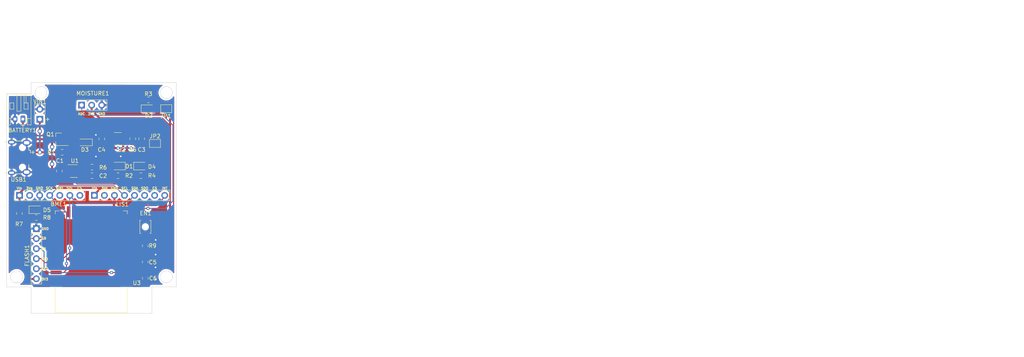
<source format=kicad_pcb>
(kicad_pcb (version 20171130) (host pcbnew "(5.1.9)-1")
  (layers (0 F.Cu signal) (31 B.Cu signal) (34 B.Paste user hide) (35 F.Paste user hide) (36 B.SilkS user hide) (37 F.SilkS user) (38 B.Mask user hide) (39 F.Mask user hide) (44 Edge.Cuts user))
  (net 0 "")
  (net 1 GND)
  (net 2 +BATT)
  (net 3 VBUS)
  (net 4 +3V3)
  (net 5 EN)
  (net 6 "Net-(D1-Pad1)")
  (net 7 IO2)
  (net 8 "Net-(D5-Pad1)")
  (net 9 SDA)
  (net 10 SCL)
  (net 11 TX0)
  (net 12 RX0)
  (net 13 IO0)
  (net 14 "Net-(R5-Pad1)")
  (net 15 "Net-(D4-Pad2)")
  (net 16 "Net-(U2-Pad4)")
  (net 17 "Net-(U3-Pad32)")
  (net 18 "Net-(BME1-Pad7)")
  (net 19 "Net-(BME1-Pad5)")
  (net 20 "Net-(BME1-Pad2)")
  (net 21 "Net-(C3-Pad1)")
  (net 22 "Net-(U3-Pad37)")
  (net 23 "Net-(U3-Pad31)")
  (net 24 "Net-(U3-Pad30)")
  (net 25 "Net-(U3-Pad29)")
  (net 26 "Net-(U3-Pad28)")
  (net 27 "Net-(U3-Pad27)")
  (net 28 "Net-(U3-Pad26)")
  (net 29 "Net-(U3-Pad23)")
  (net 30 "Net-(U3-Pad22)")
  (net 31 "Net-(U3-Pad21)")
  (net 32 "Net-(U3-Pad20)")
  (net 33 "Net-(U3-Pad19)")
  (net 34 "Net-(U3-Pad18)")
  (net 35 "Net-(U3-Pad17)")
  (net 36 "Net-(U3-Pad16)")
  (net 37 "Net-(U3-Pad14)")
  (net 38 "Net-(U3-Pad13)")
  (net 39 "Net-(U3-Pad12)")
  (net 40 "Net-(U3-Pad11)")
  (net 41 "Net-(U3-Pad10)")
  (net 42 "Net-(U3-Pad8)")
  (net 43 "Net-(U3-Pad7)")
  (net 44 "Net-(U3-Pad5)")
  (net 45 "Net-(U3-Pad4)")
  (net 46 "Net-(USB1-Pad4)")
  (net 47 "Net-(USB1-Pad3)")
  (net 48 "Net-(USB1-Pad2)")
  (net 49 "Net-(C4-Pad1)")
  (net 50 "Net-(R2-Pad1)")
  (net 51 "Net-(D2-Pad2)")
  (net 52 "Net-(D2-Pad1)")
  (net 53 "Net-(R6-Pad1)")
  (net 54 INT)
  (net 55 "Net-(LIS1-Pad7)")
  (net 56 "Net-(LIS1-Pad6)")
  (net 57 "Net-(LIS1-Pad2)")
  (net 58 ADC1)
  (module MountingHole:MountingHole_2.2mm_M2_Pad (layer F.Cu) (at 136.12 75.75)
    (fp_text reference REF** hide)
    (fp_text value MountingHole_2.2mm_M2_Pad)
    (pad 1 thru_hole circle (at 0 0) (size 3 3) (drill 3) (layers *.Cu *.Mask))
  )
  (module MountingHole:MountingHole_2.2mm_M2_Pad (layer F.Cu) (at 167.8 75.79)
    (fp_text reference REF** hide)
    (fp_text value MountingHole_2.2mm_M2_Pad)
    (pad 2 thru_hole circle (at 0 0) (size 3 3) (drill 3) (layers *.Cu *.Mask))
  )
  (module MountingHole:MountingHole_2.2mm_M2_Pad (layer F.Cu) (at 129.93 122.45)
    (fp_text reference REF** hide)
    (fp_text value MountingHole_2.2mm_M2_Pad)
    (pad 4 thru_hole circle (at 0 0) (size 3 3) (drill 3) (layers *.Cu *.Mask))
  )
  (module MountingHole:MountingHole_2.2mm_M2_Pad (layer F.Cu) (at 167.8 122.44)
    (fp_text reference REF** hide)
    (fp_text value MountingHole_2.2mm_M2_Pad)
    (pad 3 thru_hole circle (at 0 0) (size 3 3) (drill 3) (layers *.Cu *.Mask))
  )
  (module Connector_PinHeader_2.54mm:PinHeader_1x03_P2.54mm_Vertical (layer F.Cu) (at 146.3802 78.95082 90)
    (fp_text reference MOISTURE1 (at 2.96672 2.8194 180) (layer F.SilkS))
    (fp_text value MOISTURE)
    (pad 3 thru_hole oval (at 0 5.08 90) (size 1.7 1.7) (drill 1) (layers *.Cu *.Mask) (net 1 GND))
    (pad 2 thru_hole oval (at 0 2.54 90) (size 1.7 1.7) (drill 1) (layers *.Cu *.Mask) (net 4 +3V3))
    (pad 1 thru_hole rect (at 0 0 90) (size 1.7 1.7) (drill 1) (layers *.Cu *.Mask) (net 58 ADC1))
  )
  (module Diode_SMD:D_SOD-323_HandSoldering (layer F.Cu) (at 147.19428 88.38248 180)
    (fp_text reference D3 (at 0 -1.85) (layer F.SilkS))
    (fp_text value 1A/23V/620mV)
    (pad 2 smd rect (at 1.25 0 180) (size 1 1) (layers F.Cu F.Paste F.Mask) (net 3 VBUS))
    (pad 1 smd rect (at -1.25 0 180) (size 1 1) (layers F.Cu F.Paste F.Mask) (net 49 "Net-(C4-Pad1)"))
  )
  (module LED_SMD:LED_0805_2012Metric_Pad1.15x1.40mm_HandSolder (layer F.Cu) (at 163.28 79.87)
    (fp_text reference D2 (at 0.09 1.75) (layer F.SilkS))
    (fp_text value Red)
    (pad 2 smd roundrect (at 1.025 0) (size 1.15 1.4) (layers F.Cu F.Paste F.Mask) (roundrect_rratio 0.217391) (net 51 "Net-(D2-Pad2)"))
    (pad 1 smd roundrect (at -1.025 0) (size 1.15 1.4) (layers F.Cu F.Paste F.Mask) (roundrect_rratio 0.217391) (net 52 "Net-(D2-Pad1)"))
  )
  (module Jumper:SolderJumper-2_P1.3mm_Open_TrianglePad1.0x1.5mm (layer F.Cu) (at 164.9222 88.64854 180)
    (fp_text reference JP2 (at -0.0254 1.8288) (layer F.SilkS))
    (fp_text value SJ)
    (pad 1 smd custom (at -0.725 0 180) (size 0.3 0.3) (layers F.Cu F.Mask) (net 4 +3V3) (options (clearance outline) (anchor rect)) (primitives (gr_poly (pts (xy -0.5 -0.75) (xy 0.5 -0.75) (xy 1 0) (xy 0.5 0.75) (xy -0.5 0.75)) (width 0))))
    (pad 2 smd custom (at 0.725 0 180) (size 0.3 0.3) (layers F.Cu F.Mask) (net 21 "Net-(C3-Pad1)") (options (clearance outline) (anchor rect)) (primitives (gr_poly (pts (xy -0.65 -0.75) (xy 0.5 -0.75) (xy 0.5 0.75) (xy -0.65 0.75) (xy -0.15 0)) (width 0))))
  )
  (module LED_SMD:LED_0805_2012Metric_Pad1.15x1.40mm_HandSolder (layer F.Cu) (at 161.3816 94.3864)
    (fp_text reference D4 (at 2.77098 0.16962 180) (layer F.SilkS))
    (fp_text value Green)
    (pad 1 smd roundrect (at -1.025 0) (size 1.15 1.4) (layers F.Cu F.Paste F.Mask) (roundrect_rratio 0.2173904347826087) (net 1 GND))
    (pad 2 smd roundrect (at 1.025 0) (size 1.15 1.4) (layers F.Cu F.Paste F.Mask) (roundrect_rratio 0.2173904347826087) (net 15 "Net-(D4-Pad2)"))
  )
  (module Package_TO_SOT_SMD:SOT-23-5_HandSoldering (layer F.Cu) (at 144.4238 95.64794)
    (fp_text reference U1 (at 0.234 -2.624) (layer F.SilkS))
    (fp_text value MCP73831)
    (pad 5 smd rect (at 1.35 -0.95) (size 1.56 0.65) (layers F.Cu F.Paste F.Mask) (net 53 "Net-(R6-Pad1)"))
    (pad 4 smd rect (at 1.35 0.95) (size 1.56 0.65) (layers F.Cu F.Paste F.Mask) (net 3 VBUS))
    (pad 3 smd rect (at -1.35 0.95) (size 1.56 0.65) (layers F.Cu F.Paste F.Mask) (net 2 +BATT))
    (pad 2 smd rect (at -1.35 0) (size 1.56 0.65) (layers F.Cu F.Paste F.Mask) (net 1 GND))
    (pad 1 smd rect (at -1.35 -0.95) (size 1.56 0.65) (layers F.Cu F.Paste F.Mask) (net 50 "Net-(R2-Pad1)"))
  )
  (module RF_Module:ESP32-WROOM-32 (layer F.Cu) (at 148.83 115.6 180)
    (fp_text reference U3 (at -11.48972 -8.3774 180) (layer F.SilkS))
    (fp_text value ESP32-WROOM-32)
    (pad 39 smd rect (at -1 -0.755 180) (size 5 5) (layers F.Cu F.Paste F.Mask) (net 1 GND))
    (pad 1 smd rect (at -8.5 -8.255 180) (size 2.8 0.9) (drill (offset -0.4 0)) (layers F.Cu F.Paste F.Mask) (net 1 GND))
    (pad 2 smd rect (at -8.5 -6.985 180) (size 2.8 0.9) (drill (offset -0.4 0)) (layers F.Cu F.Paste F.Mask) (net 4 +3V3))
    (pad 3 smd rect (at -8.5 -5.715 180) (size 2.8 0.9) (drill (offset -0.4 0)) (layers F.Cu F.Paste F.Mask) (net 5 EN))
    (pad 4 smd rect (at -8.5 -4.445 180) (size 2.8 0.9) (drill (offset -0.4 0)) (layers F.Cu F.Paste F.Mask) (net 45 "Net-(U3-Pad4)"))
    (pad 5 smd rect (at -8.5 -3.175 180) (size 2.8 0.9) (drill (offset -0.4 0)) (layers F.Cu F.Paste F.Mask) (net 44 "Net-(U3-Pad5)"))
    (pad 6 smd rect (at -8.5 -1.905 180) (size 2.8 0.9) (drill (offset -0.4 0)) (layers F.Cu F.Paste F.Mask) (net 58 ADC1))
    (pad 7 smd rect (at -8.5 -0.635 180) (size 2.8 0.9) (drill (offset -0.4 0)) (layers F.Cu F.Paste F.Mask) (net 43 "Net-(U3-Pad7)"))
    (pad 8 smd rect (at -8.5 0.635 180) (size 2.8 0.9) (drill (offset -0.4 0)) (layers F.Cu F.Paste F.Mask) (net 42 "Net-(U3-Pad8)"))
    (pad 9 smd rect (at -8.5 1.905 180) (size 2.8 0.9) (drill (offset -0.4 0)) (layers F.Cu F.Paste F.Mask) (net 54 INT))
    (pad 10 smd rect (at -8.5 3.175 180) (size 2.8 0.9) (drill (offset -0.4 0)) (layers F.Cu F.Paste F.Mask) (net 41 "Net-(U3-Pad10)"))
    (pad 11 smd rect (at -8.5 4.445 180) (size 2.8 0.9) (drill (offset -0.4 0)) (layers F.Cu F.Paste F.Mask) (net 40 "Net-(U3-Pad11)"))
    (pad 12 smd rect (at -8.5 5.715 180) (size 2.8 0.9) (drill (offset -0.4 0)) (layers F.Cu F.Paste F.Mask) (net 39 "Net-(U3-Pad12)"))
    (pad 13 smd rect (at -8.5 6.985 180) (size 2.8 0.9) (drill (offset -0.4 0)) (layers F.Cu F.Paste F.Mask) (net 38 "Net-(U3-Pad13)"))
    (pad 14 smd rect (at -8.5 8.255 180) (size 2.8 0.9) (drill (offset -0.4 0)) (layers F.Cu F.Paste F.Mask) (net 37 "Net-(U3-Pad14)"))
    (pad 15 smd rect (at -5.715 9.255 270) (size 2.8 0.9) (drill (offset -0.4 0)) (layers F.Cu F.Paste F.Mask) (net 1 GND))
    (pad 16 smd rect (at -4.445 9.255 270) (size 2.8 0.9) (drill (offset -0.4 0)) (layers F.Cu F.Paste F.Mask) (net 36 "Net-(U3-Pad16)"))
    (pad 17 smd rect (at -3.175 9.255 270) (size 2.8 0.9) (drill (offset -0.4 0)) (layers F.Cu F.Paste F.Mask) (net 35 "Net-(U3-Pad17)"))
    (pad 18 smd rect (at -1.905 9.255 270) (size 2.8 0.9) (drill (offset -0.4 0)) (layers F.Cu F.Paste F.Mask) (net 34 "Net-(U3-Pad18)"))
    (pad 19 smd rect (at -0.635 9.255 270) (size 2.8 0.9) (drill (offset -0.4 0)) (layers F.Cu F.Paste F.Mask) (net 33 "Net-(U3-Pad19)"))
    (pad 20 smd rect (at 0.635 9.255 270) (size 2.8 0.9) (drill (offset -0.4 0)) (layers F.Cu F.Paste F.Mask) (net 32 "Net-(U3-Pad20)"))
    (pad 21 smd rect (at 1.905 9.255 270) (size 2.8 0.9) (drill (offset -0.4 0)) (layers F.Cu F.Paste F.Mask) (net 31 "Net-(U3-Pad21)"))
    (pad 22 smd rect (at 3.175 9.255 270) (size 2.8 0.9) (drill (offset -0.4 0)) (layers F.Cu F.Paste F.Mask) (net 30 "Net-(U3-Pad22)"))
    (pad 23 smd rect (at 4.445 9.255 270) (size 2.8 0.9) (drill (offset -0.4 0)) (layers F.Cu F.Paste F.Mask) (net 29 "Net-(U3-Pad23)"))
    (pad 24 smd rect (at 5.715 9.255 270) (size 2.8 0.9) (drill (offset -0.4 0)) (layers F.Cu F.Paste F.Mask) (net 7 IO2))
    (pad 25 smd rect (at 8.5 8.255 180) (size 2.8 0.9) (drill (offset 0.4 0)) (layers F.Cu F.Paste F.Mask) (net 13 IO0))
    (pad 26 smd rect (at 8.5 6.985 180) (size 2.8 0.9) (drill (offset 0.4 0)) (layers F.Cu F.Paste F.Mask) (net 28 "Net-(U3-Pad26)"))
    (pad 27 smd rect (at 8.5 5.715 180) (size 2.8 0.9) (drill (offset 0.4 0)) (layers F.Cu F.Paste F.Mask) (net 27 "Net-(U3-Pad27)"))
    (pad 28 smd rect (at 8.5 4.445 180) (size 2.8 0.9) (drill (offset 0.4 0)) (layers F.Cu F.Paste F.Mask) (net 26 "Net-(U3-Pad28)"))
    (pad 29 smd rect (at 8.5 3.175 180) (size 2.8 0.9) (drill (offset 0.4 0)) (layers F.Cu F.Paste F.Mask) (net 25 "Net-(U3-Pad29)"))
    (pad 30 smd rect (at 8.5 1.905 180) (size 2.8 0.9) (drill (offset 0.4 0)) (layers F.Cu F.Paste F.Mask) (net 24 "Net-(U3-Pad30)"))
    (pad 31 smd rect (at 8.5 0.635 180) (size 2.8 0.9) (drill (offset 0.4 0)) (layers F.Cu F.Paste F.Mask) (net 23 "Net-(U3-Pad31)"))
    (pad 32 smd rect (at 8.5 -0.635 180) (size 2.8 0.9) (drill (offset 0.4 0)) (layers F.Cu F.Paste F.Mask) (net 17 "Net-(U3-Pad32)"))
    (pad 33 smd rect (at 8.5 -1.905 180) (size 2.8 0.9) (drill (offset 0.4 0)) (layers F.Cu F.Paste F.Mask) (net 9 SDA))
    (pad 34 smd rect (at 8.5 -3.175 180) (size 2.8 0.9) (drill (offset 0.4 0)) (layers F.Cu F.Paste F.Mask) (net 12 RX0))
    (pad 35 smd rect (at 8.5 -4.445 180) (size 2.8 0.9) (drill (offset 0.4 0)) (layers F.Cu F.Paste F.Mask) (net 11 TX0))
    (pad 36 smd rect (at 8.5 -5.715 180) (size 2.8 0.9) (drill (offset 0.4 0)) (layers F.Cu F.Paste F.Mask) (net 10 SCL))
    (pad 37 smd rect (at 8.5 -6.985 180) (size 2.8 0.9) (drill (offset 0.4 0)) (layers F.Cu F.Paste F.Mask) (net 22 "Net-(U3-Pad37)"))
    (pad 38 smd rect (at 8.5 -8.255 180) (size 2.8 0.9) (drill (offset 0.4 0)) (layers F.Cu F.Paste F.Mask) (net 1 GND))
  )
  (module Connector_USB:USB_Micro-B_Wuerth_629105150521 (layer F.Cu) (at 130.62712 92.19692 270)
    (fp_text reference USB1 (at 5.61086 0.15494) (layer F.SilkS))
    (fp_text value USB_B_Micro)
    (pad "" np_thru_hole oval (at 2.5 -0.8 270) (size 0.8 0.8) (drill 0.8) (layers *.Cu *.Mask))
    (pad "" np_thru_hole oval (at -2.5 -0.8 270) (size 0.8 0.8) (drill 0.8) (layers *.Cu *.Mask))
    (pad 6 thru_hole oval (at 3.875 1.95 270) (size 1.15 1.8) (drill oval 0.55 1.2) (layers *.Cu *.Mask) (net 1 GND))
    (pad 6 thru_hole oval (at -3.875 1.95 270) (size 1.15 1.8) (drill oval 0.55 1.2) (layers *.Cu *.Mask) (net 1 GND))
    (pad 6 thru_hole oval (at 3.725 -1.85 270) (size 1.45 2) (drill oval 0.85 1.4) (layers *.Cu *.Mask) (net 1 GND))
    (pad 6 thru_hole oval (at -3.725 -1.85 270) (size 1.45 2) (drill oval 0.85 1.4) (layers *.Cu *.Mask) (net 1 GND))
    (pad 5 smd rect (at 1.3 -1.9 270) (size 0.45 1.7) (drill (offset 0 -0.2)) (layers F.Cu F.Paste F.Mask) (net 1 GND))
    (pad 4 smd rect (at 0.65 -1.9 270) (size 0.45 1.7) (drill (offset 0 -0.2)) (layers F.Cu F.Paste F.Mask) (net 46 "Net-(USB1-Pad4)"))
    (pad 3 smd rect (at 0 -1.9 270) (size 0.45 1.7) (drill (offset 0 -0.2)) (layers F.Cu F.Paste F.Mask) (net 47 "Net-(USB1-Pad3)"))
    (pad 2 smd rect (at -0.65 -1.9 270) (size 0.45 1.7) (drill (offset 0 -0.2)) (layers F.Cu F.Paste F.Mask) (net 48 "Net-(USB1-Pad2)"))
    (pad 1 smd rect (at -1.3 -1.9 270) (size 0.45 1.7) (drill (offset 0 -0.2)) (layers F.Cu F.Paste F.Mask) (net 3 VBUS))
  )
  (module Button_Switch_SMD:SW_SPST_B3U-1000P-B (layer F.Cu) (at 162.5 109.76 270)
    (fp_text reference EN1 (at -3.43306 -0.05238) (layer F.SilkS))
    (fp_text value Switch)
    (pad "" np_thru_hole circle (at 0 0 270) (size 0.8 0.8) (drill 0.8) (layers *.Cu *.Mask))
    (pad 2 smd rect (at 1.7 0 270) (size 1.3 1.7) (drill (offset 0.2 0)) (layers F.Cu F.Paste F.Mask) (net 5 EN))
    (pad 1 smd rect (at -1.7 0 270) (size 1.3 1.7) (drill (offset -0.2 0)) (layers F.Cu F.Paste F.Mask) (net 1 GND))
  )
  (module Connector_PinHeader_2.54mm:PinHeader_1x08_P2.54mm_Vertical (layer F.Cu) (at 149.6 101.8 90)
    (fp_text reference LIS1 (at -2.2606 7.06882 180) (layer F.SilkS))
    (fp_text value LIS3DH)
    (pad 8 thru_hole oval (at 0 17.78 90) (size 1.7 1.7) (drill 1) (layers *.Cu *.Mask) (net 54 INT))
    (pad 7 thru_hole oval (at 0 15.24 90) (size 1.7 1.7) (drill 1) (layers *.Cu *.Mask) (net 55 "Net-(LIS1-Pad7)"))
    (pad 6 thru_hole oval (at 0 12.7 90) (size 1.7 1.7) (drill 1) (layers *.Cu *.Mask) (net 56 "Net-(LIS1-Pad6)"))
    (pad 5 thru_hole oval (at 0 10.16 90) (size 1.7 1.7) (drill 1) (layers *.Cu *.Mask) (net 9 SDA))
    (pad 4 thru_hole oval (at 0 7.62 90) (size 1.7 1.7) (drill 1) (layers *.Cu *.Mask) (net 10 SCL))
    (pad 3 thru_hole oval (at 0 5.08 90) (size 1.7 1.7) (drill 1) (layers *.Cu *.Mask) (net 1 GND))
    (pad 2 thru_hole oval (at 0 2.54 90) (size 1.7 1.7) (drill 1) (layers *.Cu *.Mask) (net 57 "Net-(LIS1-Pad2)"))
    (pad 1 thru_hole rect (at 0 0 90) (size 1.7 1.7) (drill 1) (layers *.Cu *.Mask) (net 4 +3V3))
  )
  (module Connector_PinHeader_2.54mm:PinHeader_1x02_P2.54mm_Vertical (layer F.Cu) (at 135.8138 82.53476 180)
    (fp_text reference VIN1 (at -0.0162 4.47476) (layer F.SilkS))
    (fp_text value Conn_01x07)
    (pad 2 thru_hole oval (at 0 2.54 180) (size 1.7 1.7) (drill 1) (layers *.Cu *.Mask) (net 1 GND))
    (pad 1 thru_hole rect (at 0 0 180) (size 1.7 1.7) (drill 1) (layers *.Cu *.Mask) (net 3 VBUS))
  )
  (module Connector_PinHeader_2.54mm:PinHeader_1x06_P2.54mm_Vertical (layer F.Cu) (at 134.94 110.21)
    (fp_text reference FLASH1 (at -2.3495 6.83514 90) (layer F.SilkS))
    (fp_text value Conn_01x07)
    (pad 6 thru_hole oval (at 0 12.7) (size 1.7 1.7) (drill 1) (layers *.Cu *.Mask) (net 4 +3V3))
    (pad 5 thru_hole oval (at 0 10.16) (size 1.7 1.7) (drill 1) (layers *.Cu *.Mask) (net 11 TX0))
    (pad 4 thru_hole oval (at 0 7.62) (size 1.7 1.7) (drill 1) (layers *.Cu *.Mask) (net 12 RX0))
    (pad 3 thru_hole oval (at 0 5.08) (size 1.7 1.7) (drill 1) (layers *.Cu *.Mask) (net 5 EN))
    (pad 2 thru_hole oval (at 0 2.54) (size 1.7 1.7) (drill 1) (layers *.Cu *.Mask) (net 13 IO0))
    (pad 1 thru_hole rect (at 0 0) (size 1.7 1.7) (drill 1) (layers *.Cu *.Mask) (net 1 GND))
  )
  (module Connector_PinHeader_2.54mm:PinHeader_1x07_P2.54mm_Vertical (layer F.Cu) (at 130.70332 101.80066 90)
    (fp_text reference BME1 (at -2.1971 9.85774 180) (layer F.SilkS))
    (fp_text value BME680)
    (pad 7 thru_hole oval (at 0 15.24 90) (size 1.7 1.7) (drill 1) (layers *.Cu *.Mask) (net 18 "Net-(BME1-Pad7)"))
    (pad 6 thru_hole oval (at 0 12.7 90) (size 1.7 1.7) (drill 1) (layers *.Cu *.Mask) (net 9 SDA))
    (pad 5 thru_hole oval (at 0 10.16 90) (size 1.7 1.7) (drill 1) (layers *.Cu *.Mask) (net 19 "Net-(BME1-Pad5)"))
    (pad 4 thru_hole oval (at 0 7.62 90) (size 1.7 1.7) (drill 1) (layers *.Cu *.Mask) (net 10 SCL))
    (pad 3 thru_hole oval (at 0 5.08 90) (size 1.7 1.7) (drill 1) (layers *.Cu *.Mask) (net 1 GND))
    (pad 2 thru_hole oval (at 0 2.54 90) (size 1.7 1.7) (drill 1) (layers *.Cu *.Mask) (net 20 "Net-(BME1-Pad2)"))
    (pad 1 thru_hole rect (at 0 0 90) (size 1.7 1.7) (drill 1) (layers *.Cu *.Mask) (net 4 +3V3))
  )
  (module Package_TO_SOT_SMD:SOT-23-5_HandSoldering (layer F.Cu) (at 155.53378 87.51432 180)
    (fp_text reference U2 (at -0.95772 -2.74584) (layer F.SilkS))
    (fp_text value AP2112K-3.3)
    (pad 5 smd rect (at 1.35 -0.95 180) (size 1.56 0.65) (layers F.Cu F.Paste F.Mask) (net 21 "Net-(C3-Pad1)"))
    (pad 4 smd rect (at 1.35 0.95 180) (size 1.56 0.65) (layers F.Cu F.Paste F.Mask) (net 16 "Net-(U2-Pad4)"))
    (pad 3 smd rect (at -1.35 0.95 180) (size 1.56 0.65) (layers F.Cu F.Paste F.Mask) (net 14 "Net-(R5-Pad1)"))
    (pad 2 smd rect (at -1.35 0 180) (size 1.56 0.65) (layers F.Cu F.Paste F.Mask) (net 1 GND))
    (pad 1 smd rect (at -1.35 -0.95 180) (size 1.56 0.65) (layers F.Cu F.Paste F.Mask) (net 49 "Net-(C4-Pad1)"))
  )
  (module Resistor_SMD:R_0805_2012Metric_Pad1.15x1.40mm_HandSolder (layer F.Cu) (at 163.28 77.64)
    (fp_text reference R3 (at -0.00762 -1.51) (layer F.SilkS))
    (fp_text value 1K)
    (pad 1 smd roundrect (at -1.025 0) (size 1.15 1.4) (layers F.Cu F.Paste F.Mask) (roundrect_rratio 0.2173904347826087) (net 52 "Net-(D2-Pad1)"))
    (pad 2 smd roundrect (at 1.025 0) (size 1.15 1.4) (layers F.Cu F.Paste F.Mask) (roundrect_rratio 0.2173904347826087) (net 1 GND))
  )
  (module Jumper:SolderJumper-2_P1.3mm_Open_TrianglePad1.0x1.5mm (layer F.Cu) (at 167.76 79.86 180)
    (fp_text reference JP1 (at 0.07 -1.88) (layer F.SilkS))
    (fp_text value SJ)
    (pad 1 smd custom (at -0.725 0 180) (size 0.3 0.3) (layers F.Cu F.Mask) (net 4 +3V3) (options (clearance outline) (anchor rect)) (primitives (gr_poly (pts (xy -0.5 -0.75) (xy 0.5 -0.75) (xy 1 0) (xy 0.5 0.75) (xy -0.5 0.75)) (width 0))))
    (pad 2 smd custom (at 0.725 0 180) (size 0.3 0.3) (layers F.Cu F.Mask) (net 51 "Net-(D2-Pad2)") (options (clearance outline) (anchor rect)) (primitives (gr_poly (pts (xy -0.65 -0.75) (xy 0.5 -0.75) (xy 0.5 0.75) (xy -0.65 0.75) (xy -0.15 0)) (width 0))))
  )
  (module LED_SMD:LED_0805_2012Metric_Pad1.15x1.40mm_HandSolder (layer F.Cu) (at 134.9392 105.44418)
    (fp_text reference D5 (at 2.6808 0.06582) (layer F.SilkS))
    (fp_text value Blue)
    (pad 1 smd roundrect (at -1.025 0) (size 1.15 1.4) (layers F.Cu F.Paste F.Mask) (roundrect_rratio 0.2173904347826087) (net 8 "Net-(D5-Pad1)"))
    (pad 2 smd roundrect (at 1.025 0) (size 1.15 1.4) (layers F.Cu F.Paste F.Mask) (roundrect_rratio 0.2173904347826087) (net 7 IO2))
  )
  (module Connector_JST:JST_PH_S2B-PH-K_1x02_P2.00mm_Horizontal (layer F.Cu) (at 131.53644 82.49412 180)
    (fp_text reference BATTERY1 (at 0.17018 -2.82448 180) (layer F.SilkS))
    (fp_text value LiPo)
    (pad 2 thru_hole oval (at 2 0 180) (size 1.2 1.75) (drill 0.75) (layers *.Cu *.Mask) (net 1 GND))
    (pad 1 thru_hole roundrect (at 0 0 180) (size 1.2 1.75) (drill 0.75) (layers *.Cu *.Mask) (roundrect_rratio 0.2083325) (net 2 +BATT))
  )
  (module Resistor_SMD:R_0805_2012Metric_Pad1.15x1.40mm_HandSolder (layer F.Cu) (at 130.66 106.3789 90)
    (fp_text reference R7 (at -2.69494 -0.0762 180) (layer F.SilkS))
    (fp_text value 10K)
    (pad 1 smd roundrect (at -1.025 0 90) (size 1.15 1.4) (layers F.Cu F.Paste F.Mask) (roundrect_rratio 0.2173904347826087) (net 13 IO0))
    (pad 2 smd roundrect (at 1.025 0 90) (size 1.15 1.4) (layers F.Cu F.Paste F.Mask) (roundrect_rratio 0.2173904347826087) (net 4 +3V3))
  )
  (module Resistor_SMD:R_0805_2012Metric_Pad1.15x1.40mm_HandSolder (layer F.Cu) (at 162.47 114.58 90)
    (fp_text reference R9 (at 0.01838 1.85022 180) (layer F.SilkS))
    (fp_text value 10K)
    (pad 2 smd roundrect (at 1.025 0 90) (size 1.15 1.4) (layers F.Cu F.Paste F.Mask) (roundrect_rratio 0.2173904347826087) (net 5 EN))
    (pad 1 smd roundrect (at -1.025 0 90) (size 1.15 1.4) (layers F.Cu F.Paste F.Mask) (roundrect_rratio 0.2173904347826087) (net 4 +3V3))
  )
  (module Resistor_SMD:R_0805_2012Metric_Pad1.15x1.40mm_HandSolder (layer F.Cu) (at 134.9397 107.40438)
    (fp_text reference R8 (at 2.6703 0.00562) (layer F.SilkS))
    (fp_text value 1K)
    (pad 1 smd roundrect (at -1.025 0) (size 1.15 1.4) (layers F.Cu F.Paste F.Mask) (roundrect_rratio 0.2173904347826087) (net 8 "Net-(D5-Pad1)"))
    (pad 2 smd roundrect (at 1.025 0) (size 1.15 1.4) (layers F.Cu F.Paste F.Mask) (roundrect_rratio 0.2173904347826087) (net 1 GND))
  )
  (module Resistor_SMD:R_0805_2012Metric_Pad1.15x1.40mm_HandSolder (layer F.Cu) (at 148.99 94.65)
    (fp_text reference R6 (at 2.8146 0.095) (layer F.SilkS))
    (fp_text value 1.0K)
    (pad 1 smd roundrect (at -1.025 0) (size 1.15 1.4) (layers F.Cu F.Paste F.Mask) (roundrect_rratio 0.2173904347826087) (net 53 "Net-(R6-Pad1)"))
    (pad 2 smd roundrect (at 1.025 0) (size 1.15 1.4) (layers F.Cu F.Paste F.Mask) (roundrect_rratio 0.2173904347826087) (net 1 GND))
  )
  (module Resistor_SMD:R_0805_2012Metric_Pad1.15x1.40mm_HandSolder (layer F.Cu) (at 161.3535 96.80956 180)
    (fp_text reference R4 (at -2.79268 0.0079) (layer F.SilkS))
    (fp_text value 1K)
    (pad 1 smd roundrect (at -1.025 0 180) (size 1.15 1.4) (layers F.Cu F.Paste F.Mask) (roundrect_rratio 0.2173904347826087) (net 15 "Net-(D4-Pad2)"))
    (pad 2 smd roundrect (at 1.025 0 180) (size 1.15 1.4) (layers F.Cu F.Paste F.Mask) (roundrect_rratio 0.2173904347826087) (net 50 "Net-(R2-Pad1)"))
  )
  (module Resistor_SMD:R_0805_2012Metric_Pad1.15x1.40mm_HandSolder (layer F.Cu) (at 159.30118 87.46236 270)
    (fp_text reference R5 (at 2.78638 0.03302 180) (layer F.SilkS))
    (fp_text value 100K)
    (pad 2 smd roundrect (at 1.025 0 270) (size 1.15 1.4) (layers F.Cu F.Paste F.Mask) (roundrect_rratio 0.2173904347826087) (net 49 "Net-(C4-Pad1)"))
    (pad 1 smd roundrect (at -1.025 0 270) (size 1.15 1.4) (layers F.Cu F.Paste F.Mask) (roundrect_rratio 0.2173904347826087) (net 14 "Net-(R5-Pad1)"))
  )
  (module Resistor_SMD:R_0805_2012Metric_Pad1.15x1.40mm_HandSolder (layer F.Cu) (at 155.58394 96.82254)
    (fp_text reference R2 (at 2.7749 -0.00028) (layer F.SilkS))
    (fp_text value 1K)
    (pad 2 smd roundrect (at 1.025 0) (size 1.15 1.4) (layers F.Cu F.Paste F.Mask) (roundrect_rratio 0.2173904347826087) (net 6 "Net-(D1-Pad1)"))
    (pad 1 smd roundrect (at -1.025 0) (size 1.15 1.4) (layers F.Cu F.Paste F.Mask) (roundrect_rratio 0.2173904347826087) (net 50 "Net-(R2-Pad1)"))
  )
  (module Resistor_SMD:R_0805_2012Metric_Pad1.15x1.40mm_HandSolder (layer F.Cu) (at 141.4653 90.89136 180)
    (fp_text reference R1 (at 2.74066 -0.02794) (layer F.SilkS))
    (fp_text value 10K)
    (pad 2 smd roundrect (at 1.025 0 180) (size 1.15 1.4) (layers F.Cu F.Paste F.Mask) (roundrect_rratio 0.2173904347826087) (net 3 VBUS))
    (pad 1 smd roundrect (at -1.025 0 180) (size 1.15 1.4) (layers F.Cu F.Paste F.Mask) (roundrect_rratio 0.2173904347826087) (net 1 GND))
  )
  (module Package_TO_SOT_SMD:SOT-23_Handsoldering (layer F.Cu) (at 140.61186 87.59444 180)
    (fp_text reference Q1 (at 2.13614 1.24714) (layer F.SilkS))
    (fp_text value 2.5A/30V)
    (pad 1 smd rect (at -1.5 -0.95 180) (size 1.9 0.8) (layers F.Cu F.Paste F.Mask) (net 3 VBUS))
    (pad 2 smd rect (at -1.5 0.95 180) (size 1.9 0.8) (layers F.Cu F.Paste F.Mask) (net 49 "Net-(C4-Pad1)"))
    (pad 3 smd rect (at 1.5 0 180) (size 1.9 0.8) (layers F.Cu F.Paste F.Mask) (net 2 +BATT))
  )
  (module LED_SMD:LED_0805_2012Metric_Pad1.15x1.40mm_HandSolder (layer F.Cu) (at 155.57252 94.37172 180)
    (fp_text reference D1 (at -2.83458 -0.08326) (layer F.SilkS))
    (fp_text value Red)
    (pad 1 smd roundrect (at -1.025 0 180) (size 1.15 1.4) (layers F.Cu F.Paste F.Mask) (roundrect_rratio 0.2173904347826087) (net 6 "Net-(D1-Pad1)"))
    (pad 2 smd roundrect (at 1.025 0 180) (size 1.15 1.4) (layers F.Cu F.Paste F.Mask) (roundrect_rratio 0.2173904347826087) (net 3 VBUS))
  )
  (module Capacitor_SMD:C_0805_2012Metric_Pad1.15x1.40mm_HandSolder (layer F.Cu) (at 162.47 122.77 270)
    (fp_text reference C6 (at 0.01384 -1.96102 180) (layer F.SilkS))
    (fp_text value 10uF/10V)
    (pad 2 smd roundrect (at 1.025 0 270) (size 1.15 1.4) (layers F.Cu F.Paste F.Mask) (roundrect_rratio 0.2173904347826087) (net 1 GND))
    (pad 1 smd roundrect (at -1.025 0 270) (size 1.15 1.4) (layers F.Cu F.Paste F.Mask) (roundrect_rratio 0.2173904347826087) (net 4 +3V3))
  )
  (module Capacitor_SMD:C_0805_2012Metric_Pad1.15x1.40mm_HandSolder (layer F.Cu) (at 162.47 118.66 90)
    (fp_text reference C5 (at -0.06722 1.8934) (layer F.SilkS))
    (fp_text value 0.1uF/50V)
    (pad 2 smd roundrect (at 1.025 0 90) (size 1.15 1.4) (layers F.Cu F.Paste F.Mask) (roundrect_rratio 0.2173904347826087) (net 1 GND))
    (pad 1 smd roundrect (at -1.025 0 90) (size 1.15 1.4) (layers F.Cu F.Paste F.Mask) (roundrect_rratio 0.2173904347826087) (net 4 +3V3))
  )
  (module Capacitor_SMD:C_0805_2012Metric_Pad1.15x1.40mm_HandSolder (layer F.Cu) (at 151.48516 87.50934 90)
    (fp_text reference C4 (at -2.73558 -0.04826 180) (layer F.SilkS))
    (fp_text value 1.0uF/6.3V)
    (pad 2 smd roundrect (at 1.025 0 90) (size 1.15 1.4) (layers F.Cu F.Paste F.Mask) (roundrect_rratio 0.2173904347826087) (net 1 GND))
    (pad 1 smd roundrect (at -1.025 0 90) (size 1.15 1.4) (layers F.Cu F.Paste F.Mask) (roundrect_rratio 0.2173904347826087) (net 49 "Net-(C4-Pad1)"))
  )
  (module Capacitor_SMD:C_0805_2012Metric_Pad1.15x1.40mm_HandSolder (layer F.Cu) (at 161.55924 87.4649 90)
    (fp_text reference C3 (at -2.76098 -0.01524 180) (layer F.SilkS))
    (fp_text value 1.0uF/6.3V)
    (pad 2 smd roundrect (at 1.025 0 90) (size 1.15 1.4) (layers F.Cu F.Paste F.Mask) (roundrect_rratio 0.2173904347826087) (net 1 GND))
    (pad 1 smd roundrect (at -1.025 0 90) (size 1.15 1.4) (layers F.Cu F.Paste F.Mask) (roundrect_rratio 0.2173904347826087) (net 21 "Net-(C3-Pad1)"))
  )
  (module Capacitor_SMD:C_0805_2012Metric_Pad1.15x1.40mm_HandSolder (layer F.Cu) (at 148.99 96.82)
    (fp_text reference C2 (at 2.81526 0.03972) (layer F.SilkS))
    (fp_text value 4.7uF/6.3V)
    (pad 2 smd roundrect (at 1.025 0) (size 1.15 1.4) (layers F.Cu F.Paste F.Mask) (roundrect_rratio 0.2173904347826087) (net 1 GND))
    (pad 1 smd roundrect (at -1.025 0) (size 1.15 1.4) (layers F.Cu F.Paste F.Mask) (roundrect_rratio 0.2173904347826087) (net 3 VBUS))
  )
  (module Capacitor_SMD:C_0805_2012Metric_Pad1.15x1.40mm_HandSolder (layer F.Cu) (at 140.76398 95.65284 90)
    (fp_text reference C1 (at 2.61772 0.11458 180) (layer F.SilkS))
    (fp_text value 4.7uF/6.3V)
    (pad 2 smd roundrect (at 1.025 0 90) (size 1.15 1.4) (layers F.Cu F.Paste F.Mask) (roundrect_rratio 0.2173904347826087) (net 1 GND))
    (pad 1 smd roundrect (at -1.025 0 90) (size 1.15 1.4) (layers F.Cu F.Paste F.Mask) (roundrect_rratio 0.2173904347826087) (net 2 +BATT))
  )
  (gr_text + (at 134.09676 90.8304) (layer F.SilkS) (effects (font (size 1 1))))
  (gr_line (start 127.46228 76.12126) (end 133.604 76.11364) (layer Edge.Cuts) (width 0.1))
  (gr_text + (at 137.80008 82.47634) (layer F.SilkS) (effects (font (size 1 1))))
  (gr_text 3V3 (at 148.81606 81.15808) (layer F.SilkS) (effects (font (size 0.6 0.6))))
  (gr_text + (at 131.53644 84.02828) (layer F.SilkS) (effects (font (size 1 1))))
  (gr_text INT (at 167.38346 99.98964) (layer F.SilkS) (effects (font (size 0.6 0.6))))
  (gr_text CS (at 164.85108 99.98456) (layer F.SilkS) (effects (font (size 0.6 0.6))))
  (gr_text SDO (at 162.31616 99.9871) (layer F.SilkS) (effects (font (size 0.6 0.6))))
  (gr_text 3Vo (at 152.1587 99.9871) (layer F.SilkS) (effects (font (size 0.6 0.6))))
  (gr_text CS (at 145.87728 99.98456) (layer F.SilkS) (effects (font (size 0.6 0.6))))
  (gr_text SDO (at 140.77188 99.98456) (layer F.SilkS) (effects (font (size 0.6 0.6))))
  (gr_text 3Vo (at 133.17728 99.98456) (layer F.SilkS) (effects (font (size 0.6 0.6))))
  (gr_text GND (at 151.43226 81.14284) (layer F.SilkS) (effects (font (size 0.6 0.6))))
  (gr_text ADC (at 146.3675 81.1784) (layer F.SilkS) (effects (font (size 0.6 0.6))))
  (gr_text 3V3 (at 137.07618 123.02998) (layer F.SilkS) (effects (font (size 0.6 0.6))))
  (gr_text RXD (at 137.07618 120.38838) (layer F.SilkS) (effects (font (size 0.6 0.6))))
  (gr_text TXD (at 137.09396 117.92204) (layer F.SilkS) (effects (font (size 0.6 0.6))))
  (gr_text EN (at 136.7917 115.3033) (layer F.SilkS) (effects (font (size 0.6 0.6))))
  (gr_text G0 (at 136.82218 112.67694) (layer F.SilkS) (effects (font (size 0.6 0.6))))
  (gr_text GND (at 137.15238 110.25124) (layer F.SilkS) (effects (font (size 0.6 0.6))))
  (gr_text SDA (at 159.78632 99.98456) (layer F.SilkS) (effects (font (size 0.6 0.6))))
  (gr_text SCL (at 157.26664 99.98456) (layer F.SilkS) (effects (font (size 0.6 0.6))))
  (gr_text GND (at 154.69362 99.9871) (layer F.SilkS) (effects (font (size 0.6 0.6))))
  (gr_text Vin (at 149.6441 99.9871) (layer F.SilkS) (effects (font (size 0.6 0.6))))
  (gr_text SDI (at 143.31188 99.98456) (layer F.SilkS) (effects (font (size 0.6 0.6))))
  (gr_text SCK (at 138.22934 99.97186) (layer F.SilkS) (effects (font (size 0.6 0.6))))
  (gr_text GND (at 135.71728 99.95916) (layer F.SilkS) (effects (font (size 0.6 0.6))))
  (gr_text Vin (at 130.63728 100.00996) (layer F.SilkS) (effects (font (size 0.6 0.6))))
  (gr_line (start 127.41 124.98) (end 127.46228 76.1238) (layer Edge.Cuts) (width 0.1))
  (gr_line (start 133.61 124.98) (end 127.41 124.98) (layer Edge.Cuts) (width 0.1))
  (gr_line (start 133.61 131.66) (end 133.61 124.98) (layer Edge.Cuts) (width 0.1))
  (gr_line (start 164.16 131.66) (end 133.61 131.66) (layer Edge.Cuts) (width 0.1))
  (gr_line (start 164.15 124.97) (end 164.16 131.66) (layer Edge.Cuts) (width 0.1))
  (gr_line (start 170.33 124.97) (end 164.15 124.97) (layer Edge.Cuts) (width 0.1))
  (gr_line (start 170.33 73.27) (end 170.33 124.97) (layer Edge.Cuts) (width 0.1))
  (gr_line (start 133.604 73.22312) (end 170.33 73.27) (layer Edge.Cuts) (width 0.1))
  (gr_line (start 133.604 76.11364) (end 133.604 73.22312) (layer Edge.Cuts) (width 0.1))
  (segment (start 161.84256 107.36442) (end 163.08832 107.36442) (width 0.25) (layer F.Cu) (net 1))
  (segment (start 140.76398 94.62784) (end 141.03784 94.62784) (width 0.25) (layer F.Cu) (net 1))
  (segment (start 141.03784 94.62784) (end 142.01 95.6) (width 0.25) (layer F.Cu) (net 1))
  (segment (start 142.01 95.6) (end 143.06 95.6) (width 0.25) (layer F.Cu) (net 1))
  (segment (start 152.56118 87.51432) (end 156.78726 87.51432) (width 0.5) (layer F.Cu) (net 1))
  (segment (start 151.61756 86.5707) (end 152.56118 87.51432) (width 0.5) (layer F.Cu) (net 1))
  (segment (start 151.475 86.5707) (end 151.61756 86.5707) (width 0.5) (layer F.Cu) (net 1))
  (via (at 156.25572 91.90482) (size 0.8) (drill 0.4) (layers F.Cu B.Cu) (net 1))
  (segment (start 160.3566 92.89928) (end 160.3566 94.3133) (width 0.25) (layer F.Cu) (net 1))
  (via (at 165.08984 123.090939) (size 0.8) (drill 0.4) (layers F.Cu B.Cu) (net 1))
  (segment (start 162.41 123.81) (end 164.370779 123.81) (width 0.25) (layer F.Cu) (net 1))
  (segment (start 164.370779 123.81) (end 165.08984 123.090939) (width 0.25) (layer F.Cu) (net 1))
  (segment (start 132.7404 93.58112) (end 132.7404 95.95612) (width 0.25) (layer F.Cu) (net 1))
  (segment (start 159.36214 91.90482) (end 160.3566 92.89928) (width 0.25) (layer F.Cu) (net 1))
  (segment (start 156.25572 91.90482) (end 159.36214 91.90482) (width 0.25) (layer F.Cu) (net 1))
  (via (at 150 91.96) (size 0.8) (drill 0.4) (layers F.Cu B.Cu) (net 1))
  (segment (start 150.05518 91.90482) (end 150 91.96) (width 0.25) (layer B.Cu) (net 1))
  (segment (start 150.31322 94.6343) (end 150 94.32108) (width 0.25) (layer F.Cu) (net 1))
  (segment (start 150 94.32108) (end 150 91.96) (width 0.25) (layer F.Cu) (net 1))
  (segment (start 156.25572 91.90482) (end 150.05518 91.90482) (width 0.25) (layer B.Cu) (net 1))
  (via (at 149.99046 86.48954) (size 0.8) (drill 0.4) (layers F.Cu B.Cu) (net 1))
  (segment (start 150 86.49908) (end 149.99046 86.48954) (width 0.25) (layer B.Cu) (net 1))
  (segment (start 151.48516 86.48434) (end 149.99566 86.48434) (width 0.25) (layer F.Cu) (net 1))
  (segment (start 149.99566 86.48434) (end 149.99046 86.48954) (width 0.25) (layer F.Cu) (net 1))
  (segment (start 150 91.96) (end 150 86.49908) (width 0.25) (layer B.Cu) (net 1))
  (segment (start 134.75208 108.6413) (end 135.7792 107.61418) (width 0.25) (layer F.Cu) (net 1))
  (segment (start 134.75208 110.21314) (end 134.75208 108.6413) (width 0.25) (layer F.Cu) (net 1))
  (via (at 165.09 116.78) (size 0.8) (drill 0.4) (layers F.Cu B.Cu) (net 1))
  (via (at 165.07 120.02) (size 0.8) (drill 0.4) (layers F.Cu B.Cu) (net 1))
  (segment (start 165.08984 120.03984) (end 165.07 120.02) (width 0.25) (layer B.Cu) (net 1))
  (segment (start 165.08984 123.090939) (end 165.08984 120.03984) (width 0.25) (layer B.Cu) (net 1))
  (segment (start 165.09 116.78) (end 165.09 120) (width 0.25) (layer F.Cu) (net 1))
  (segment (start 165.09 120) (end 165.07 120.02) (width 0.25) (layer F.Cu) (net 1))
  (via (at 165.100002 113.07) (size 0.8) (drill 0.4) (layers F.Cu B.Cu) (net 1))
  (segment (start 165.09 116.78) (end 165.09 113.080002) (width 0.25) (layer B.Cu) (net 1))
  (segment (start 162.5 108.06) (end 165.100002 110.660002) (width 0.25) (layer F.Cu) (net 1))
  (segment (start 165.100002 110.660002) (end 165.100002 113.07) (width 0.25) (layer F.Cu) (net 1))
  (segment (start 165.09 113.080002) (end 165.100002 113.07) (width 0.25) (layer B.Cu) (net 1))
  (segment (start 140.76398 96.67784) (end 143.01216 96.67784) (width 0.5) (layer F.Cu) (net 2))
  (segment (start 143.01216 96.67784) (end 143.06 96.63) (width 0.5) (layer F.Cu) (net 2))
  (via (at 138.917682 89.52992) (size 1.1) (drill 0.7) (layers F.Cu B.Cu) (net 2))
  (segment (start 138.917682 88.752103) (end 138.917682 89.52992) (width 0.5) (layer F.Cu) (net 2))
  (segment (start 138.917682 87.788618) (end 138.917682 88.752103) (width 0.5) (layer F.Cu) (net 2))
  (segment (start 139.11186 87.59444) (end 138.917682 87.788618) (width 0.5) (layer F.Cu) (net 2))
  (via (at 138.90498 93.898718) (size 1.1) (drill 0.7) (layers F.Cu B.Cu) (net 2))
  (segment (start 138.917682 93.886016) (end 138.90498 93.898718) (width 0.5) (layer B.Cu) (net 2))
  (segment (start 140.76398 96.67784) (end 139.8553 96.67784) (width 0.5) (layer F.Cu) (net 2))
  (segment (start 139.8553 96.67784) (end 138.90498 95.72752) (width 0.5) (layer F.Cu) (net 2))
  (segment (start 138.90498 95.72752) (end 138.90498 93.898718) (width 0.5) (layer F.Cu) (net 2))
  (segment (start 138.917682 89.52992) (end 138.917682 93.886016) (width 0.5) (layer B.Cu) (net 2))
  (segment (start 134.5392 87.6) (end 139.74 87.6) (width 0.5) (layer F.Cu) (net 2))
  (segment (start 131.52628 84.58708) (end 134.5392 87.6) (width 0.5) (layer F.Cu) (net 2))
  (segment (start 131.52628 82.48904) (end 131.52628 84.58708) (width 0.5) (layer F.Cu) (net 2))
  (segment (start 145.77492 88.54508) (end 145.9 88.42) (width 0.5) (layer F.Cu) (net 3))
  (segment (start 145.7738 96.59794) (end 148.12794 96.59794) (width 0.5) (layer F.Cu) (net 3))
  (segment (start 148.12794 96.59794) (end 148.19 96.66) (width 0.5) (layer F.Cu) (net 3))
  (segment (start 145.94428 89.96584) (end 145.94428 88.38248) (width 0.5) (layer F.Cu) (net 3))
  (segment (start 146.8444 90.86596) (end 145.94428 89.96584) (width 0.5) (layer F.Cu) (net 3))
  (segment (start 150.93696 90.86596) (end 146.8444 90.86596) (width 0.5) (layer F.Cu) (net 3))
  (segment (start 151.97328 91.90228) (end 150.93696 90.86596) (width 0.5) (layer F.Cu) (net 3))
  (segment (start 151.97328 92.83672) (end 151.97328 91.90228) (width 0.5) (layer F.Cu) (net 3))
  (segment (start 151.97 92.84) (end 151.97328 92.83672) (width 0.5) (layer F.Cu) (net 3))
  (segment (start 151.97 94.38) (end 151.97 92.84) (width 0.5) (layer F.Cu) (net 3))
  (segment (start 144.3184 88.54508) (end 145.77492 88.54508) (width 0.5) (layer F.Cu) (net 3))
  (segment (start 142.52462 88.54508) (end 144.3184 88.54508) (width 0.5) (layer F.Cu) (net 3))
  (via (at 135.8138 90.89136) (size 1.1) (drill 0.7) (layers F.Cu B.Cu) (net 3))
  (via (at 135.8138 85.56752) (size 1.1) (drill 0.7) (layers F.Cu B.Cu) (net 3))
  (segment (start 151.97828 94.37172) (end 151.97 94.38) (width 0.5) (layer F.Cu) (net 3))
  (segment (start 154.54752 94.37172) (end 151.97828 94.37172) (width 0.5) (layer F.Cu) (net 3))
  (segment (start 140.9471 88.54444) (end 142.11186 88.54444) (width 0.5) (layer F.Cu) (net 3))
  (segment (start 140.4403 89.05124) (end 140.9471 88.54444) (width 0.5) (layer F.Cu) (net 3))
  (segment (start 140.4403 90.89136) (end 140.4403 89.05124) (width 0.5) (layer F.Cu) (net 3))
  (segment (start 147.96 97.72) (end 147.96 97.16) (width 0.5) (layer F.Cu) (net 3))
  (segment (start 148.56 98.32) (end 147.96 97.72) (width 0.5) (layer F.Cu) (net 3))
  (segment (start 151.14 98.32) (end 148.56 98.32) (width 0.5) (layer F.Cu) (net 3))
  (segment (start 151.97 97.49) (end 151.14 98.32) (width 0.5) (layer F.Cu) (net 3))
  (segment (start 151.97 94.38) (end 151.97 97.49) (width 0.5) (layer F.Cu) (net 3))
  (segment (start 140.4403 90.89136) (end 135.6741 90.89136) (width 0.5) (layer F.Cu) (net 3))
  (segment (start 134.84352 90.9066) (end 134.83844 90.90152) (width 0.4) (layer F.Cu) (net 3))
  (segment (start 135.65886 90.9066) (end 134.84352 90.9066) (width 0.4) (layer F.Cu) (net 3))
  (segment (start 135.6741 90.89136) (end 135.65886 90.9066) (width 0.4) (layer F.Cu) (net 3))
  (segment (start 133.42112 90.89644) (end 133.41604 90.89136) (width 0.4) (layer F.Cu) (net 3))
  (segment (start 134.824781 90.89644) (end 133.42112 90.89644) (width 0.4) (layer F.Cu) (net 3))
  (segment (start 134.834941 90.9066) (end 134.824781 90.89644) (width 0.4) (layer F.Cu) (net 3))
  (segment (start 135.8138 82.53476) (end 135.8138 85.56752) (width 0.5) (layer F.Cu) (net 3))
  (segment (start 135.8138 85.56752) (end 135.8138 90.89136) (width 0.5) (layer B.Cu) (net 3))
  (segment (start 149.14452 101.7028) (end 149.31172 101.87) (width 0.5) (layer F.Cu) (net 4))
  (segment (start 159.49978 122.585) (end 160.32478 121.76) (width 0.5) (layer F.Cu) (net 4))
  (segment (start 160.32478 121.76) (end 162.20172 121.76) (width 0.5) (layer F.Cu) (net 4))
  (segment (start 157.12172 122.585) (end 159.49978 122.585) (width 0.5) (layer F.Cu) (net 4))
  (segment (start 168.73172 115.63398) (end 168.73172 100.28) (width 0.5) (layer F.Cu) (net 4))
  (segment (start 168.73172 84.30308) (end 168.73172 89.76) (width 0.5) (layer F.Cu) (net 4))
  (segment (start 168.73172 88.31532) (end 168.73172 88.63) (width 0.5) (layer F.Cu) (net 4))
  (segment (start 165.43892 88.64854) (end 166.76624 88.64854) (width 0.5) (layer F.Cu) (net 4))
  (segment (start 168.73172 90.61402) (end 168.73172 91.14996) (width 0.5) (layer F.Cu) (net 4))
  (segment (start 166.76624 88.64854) (end 168.73172 90.61402) (width 0.5) (layer F.Cu) (net 4))
  (segment (start 168.73172 91.14996) (end 168.73172 100.28) (width 0.5) (layer F.Cu) (net 4))
  (segment (start 168.73172 89.76) (end 168.73172 91.14996) (width 0.5) (layer F.Cu) (net 4))
  (segment (start 168.73172 86.09282) (end 168.73172 84.30308) (width 0.5) (layer F.Cu) (net 4))
  (segment (start 149.52 101.87) (end 149.52 101.68506) (width 0.5) (layer F.Cu) (net 4))
  (segment (start 149.52 101.68506) (end 150.92506 100.28) (width 0.5) (layer F.Cu) (net 4))
  (segment (start 162.49 121.47172) (end 162.20172 121.76) (width 0.5) (layer F.Cu) (net 4))
  (segment (start 162.49 119.91328) (end 162.49 121.47172) (width 0.5) (layer F.Cu) (net 4))
  (segment (start 162.26172 119.685) (end 162.49 119.91328) (width 0.5) (layer F.Cu) (net 4))
  (segment (start 168.72506 84.30308) (end 168.73172 84.30308) (width 0.5) (layer F.Cu) (net 4))
  (segment (start 151.28654 99.91852) (end 150.92506 100.28) (width 0.5) (layer F.Cu) (net 4))
  (segment (start 130.46172 101.486) (end 130.46172 101.87) (width 0.5) (layer F.Cu) (net 4))
  (segment (start 132.0292 99.91852) (end 130.46172 101.486) (width 0.5) (layer F.Cu) (net 4))
  (segment (start 151.28654 99.91852) (end 132.0292 99.91852) (width 0.5) (layer F.Cu) (net 4))
  (segment (start 167.85336 99.91852) (end 151.28654 99.91852) (width 0.5) (layer F.Cu) (net 4))
  (segment (start 168.73172 100.79688) (end 167.85336 99.91852) (width 0.5) (layer F.Cu) (net 4))
  (segment (start 166.69004 82.26806) (end 168.72506 84.30308) (width 0.5) (layer F.Cu) (net 4))
  (segment (start 150.9395 82.26806) (end 166.69004 82.26806) (width 0.5) (layer F.Cu) (net 4))
  (segment (start 148.9202 80.24876) (end 150.9395 82.26806) (width 0.5) (layer F.Cu) (net 4))
  (segment (start 148.9202 78.95082) (end 148.9202 80.24876) (width 0.5) (layer F.Cu) (net 4))
  (segment (start 168.73 84.29814) (end 168.72506 84.30308) (width 0.5) (layer F.Cu) (net 4))
  (segment (start 168.73 80.12) (end 168.73 84.29814) (width 0.5) (layer F.Cu) (net 4))
  (segment (start 168.25 79.64) (end 168.73 80.12) (width 0.5) (layer F.Cu) (net 4))
  (segment (start 168.73172 118.36828) (end 168.73172 115.63398) (width 0.5) (layer F.Cu) (net 4))
  (segment (start 165.34 121.76) (end 168.73172 118.36828) (width 0.5) (layer F.Cu) (net 4))
  (segment (start 162.20172 121.76) (end 165.34 121.76) (width 0.5) (layer F.Cu) (net 4))
  (segment (start 168.73172 110.91828) (end 168.73172 115.63398) (width 0.5) (layer F.Cu) (net 4))
  (segment (start 168.73172 112.19828) (end 168.73172 110.91828) (width 0.5) (layer F.Cu) (net 4))
  (segment (start 165.325 115.605) (end 168.73172 112.19828) (width 0.5) (layer F.Cu) (net 4))
  (segment (start 162.26172 115.605) (end 165.325 115.605) (width 0.5) (layer F.Cu) (net 4))
  (segment (start 130.68046 105.28532) (end 130.68046 102.13874) (width 0.5) (layer F.Cu) (net 4))
  (segment (start 130.74904 105.3539) (end 130.68046 105.28532) (width 0.5) (layer F.Cu) (net 4))
  (segment (start 129.78914 105.3539) (end 130.74904 105.3539) (width 0.5) (layer F.Cu) (net 4))
  (segment (start 130.68046 102.13874) (end 130.46172 101.92) (width 0.5) (layer F.Cu) (net 4))
  (segment (start 129.12598 106.01706) (end 129.78914 105.3539) (width 0.5) (layer F.Cu) (net 4))
  (segment (start 129.12598 118.49598) (end 129.12598 106.01706) (width 0.5) (layer F.Cu) (net 4))
  (segment (start 133.59 122.96) (end 129.12598 118.49598) (width 0.5) (layer F.Cu) (net 4))
  (segment (start 135.04 122.96) (end 133.59 122.96) (width 0.5) (layer F.Cu) (net 4))
  (segment (start 157.33 121.315) (end 159.375 121.315) (width 0.25) (layer F.Cu) (net 5))
  (segment (start 159.375 121.315) (end 161.07 119.62) (width 0.25) (layer F.Cu) (net 5))
  (segment (start 161.07 119.62) (end 161.07 114.86) (width 0.25) (layer F.Cu) (net 5))
  (segment (start 162.5 111.46) (end 162.5 113.4) (width 0.25) (layer F.Cu) (net 5))
  (via (at 153.93 121.34) (size 0.8) (drill 0.4) (layers F.Cu B.Cu) (net 5))
  (segment (start 153.93 121.34) (end 157.61 121.34) (width 0.25) (layer F.Cu) (net 5))
  (segment (start 153.9 121.31) (end 153.93 121.34) (width 0.25) (layer B.Cu) (net 5))
  (segment (start 162.34274 113.58) (end 162.4 113.58) (width 0.25) (layer F.Cu) (net 5))
  (segment (start 161.07 114.85274) (end 162.34274 113.58) (width 0.25) (layer F.Cu) (net 5))
  (segment (start 161.07 114.86) (end 161.07 114.85274) (width 0.25) (layer F.Cu) (net 5))
  (segment (start 138.02 121.34) (end 153.93 121.34) (width 0.25) (layer B.Cu) (net 5))
  (segment (start 136.89 120.21) (end 138.02 121.34) (width 0.25) (layer B.Cu) (net 5))
  (segment (start 136.89 116.05) (end 136.89 120.21) (width 0.25) (layer B.Cu) (net 5))
  (segment (start 136.1 115.26) (end 136.89 116.05) (width 0.25) (layer B.Cu) (net 5))
  (segment (start 134.87 115.26) (end 136.1 115.26) (width 0.25) (layer B.Cu) (net 5))
  (segment (start 156.59752 94.37172) (end 156.59752 96.68472) (width 0.25) (layer F.Cu) (net 6))
  (segment (start 139.13418 105.47418) (end 135.71418 105.47418) (width 0.25) (layer F.Cu) (net 7))
  (segment (start 139.67 106.01) (end 139.13418 105.47418) (width 0.25) (layer F.Cu) (net 7))
  (segment (start 142.78 106.01) (end 139.67 106.01) (width 0.25) (layer F.Cu) (net 7))
  (segment (start 133.7342 107.23834) (end 133.7292 107.24334) (width 0.25) (layer F.Cu) (net 8))
  (segment (start 133.9142 105.44418) (end 133.9142 107.57918) (width 0.25) (layer F.Cu) (net 8))
  (via (at 143.36 115.13) (size 0.8) (drill 0.4) (layers F.Cu B.Cu) (net 9))
  (segment (start 143.36 116.22) (end 143.36 115.13) (width 0.25) (layer F.Cu) (net 9))
  (segment (start 142.07 117.51) (end 143.36 116.22) (width 0.25) (layer F.Cu) (net 9))
  (segment (start 140.06 117.51) (end 142.07 117.51) (width 0.25) (layer F.Cu) (net 9))
  (segment (start 139.89 117.34) (end 140.06 117.51) (width 0.25) (layer F.Cu) (net 9))
  (segment (start 157.77 103.79) (end 159.63 101.93) (width 0.25) (layer B.Cu) (net 9))
  (segment (start 145.29 103.79) (end 157.77 103.79) (width 0.25) (layer B.Cu) (net 9))
  (segment (start 143.37 101.87) (end 145.29 103.79) (width 0.25) (layer B.Cu) (net 9))
  (segment (start 143.37 115.12) (end 143.37 101.87) (width 0.25) (layer B.Cu) (net 9))
  (segment (start 143.36 115.13) (end 143.37 115.12) (width 0.25) (layer B.Cu) (net 9))
  (segment (start 138.975 121.315) (end 138.93 121.36) (width 0.25) (layer F.Cu) (net 10))
  (segment (start 140.33 121.315) (end 138.975 121.315) (width 0.25) (layer F.Cu) (net 10))
  (via (at 142.56 119.05) (size 0.8) (drill 0.4) (layers F.Cu B.Cu) (net 10))
  (segment (start 142.56 120.63) (end 142.56 119.05) (width 0.25) (layer F.Cu) (net 10))
  (segment (start 141.85 121.34) (end 142.56 120.63) (width 0.25) (layer F.Cu) (net 10))
  (segment (start 140.13 121.34) (end 141.85 121.34) (width 0.25) (layer F.Cu) (net 10))
  (segment (start 157.14 101.88) (end 157.24 101.88) (width 0.25) (layer B.Cu) (net 10))
  (segment (start 154.64766 99.38766) (end 157.14 101.88) (width 0.25) (layer B.Cu) (net 10))
  (segment (start 138.29 101.87) (end 140.77234 99.38766) (width 0.25) (layer B.Cu) (net 10))
  (segment (start 140.77234 99.38766) (end 154.64766 99.38766) (width 0.25) (layer B.Cu) (net 10))
  (segment (start 142.56 106.14) (end 138.29 101.87) (width 0.25) (layer B.Cu) (net 10))
  (segment (start 142.56 119.05) (end 142.56 106.14) (width 0.25) (layer B.Cu) (net 10))
  (segment (start 139.67 120.29) (end 139.9 120.06) (width 0.25) (layer F.Cu) (net 11))
  (segment (start 134.75 120.29) (end 139.67 120.29) (width 0.25) (layer F.Cu) (net 11))
  (segment (start 134.73 120.31) (end 134.75 120.29) (width 0.25) (layer F.Cu) (net 11))
  (segment (start 137.07 118.81) (end 140 118.81) (width 0.25) (layer F.Cu) (net 12))
  (segment (start 136.05 117.79) (end 137.07 118.81) (width 0.25) (layer F.Cu) (net 12))
  (segment (start 134.83 117.79) (end 136.05 117.79) (width 0.25) (layer F.Cu) (net 12))
  (segment (start 136.89 111.88522) (end 136.89 108.77626) (width 0.25) (layer F.Cu) (net 13))
  (segment (start 136.07522 112.7) (end 136.89 111.88522) (width 0.25) (layer F.Cu) (net 13))
  (segment (start 136.89 108.77626) (end 138.20626 107.46) (width 0.25) (layer F.Cu) (net 13))
  (segment (start 131.55442 112.7) (end 136.07522 112.7) (width 0.25) (layer F.Cu) (net 13))
  (segment (start 130.61 107.19646) (end 130.61 111.75558) (width 0.25) (layer F.Cu) (net 13))
  (segment (start 138.20626 107.46) (end 140.29 107.46) (width 0.25) (layer F.Cu) (net 13))
  (segment (start 130.61 111.75558) (end 131.55442 112.7) (width 0.25) (layer F.Cu) (net 13))
  (segment (start 130.55854 107.145) (end 130.61 107.19646) (width 0.25) (layer F.Cu) (net 13))
  (segment (start 159.17422 86.56432) (end 159.30118 86.43736) (width 0.25) (layer F.Cu) (net 14))
  (segment (start 156.88378 86.56432) (end 159.17422 86.56432) (width 0.25) (layer F.Cu) (net 14))
  (segment (start 162.4066 94.3133) (end 162.4066 96.6441) (width 0.25) (layer F.Cu) (net 15))
  (via (at 158.92016 89.82364) (size 0.8) (drill 0.4) (layers F.Cu B.Cu) (net 21))
  (segment (start 161.59 89.37216) (end 161.59 88.71) (width 0.5) (layer F.Cu) (net 21))
  (segment (start 161.05216 89.91) (end 161.59 89.37216) (width 0.5) (layer F.Cu) (net 21))
  (segment (start 158.91 89.91) (end 161.05216 89.91) (width 0.5) (layer F.Cu) (net 21))
  (via (at 155.55722 89.84488) (size 0.8) (drill 0.4) (layers F.Cu B.Cu) (net 21))
  (segment (start 158.92016 89.82364) (end 155.57846 89.82364) (width 0.5) (layer B.Cu) (net 21))
  (segment (start 155.57846 89.82364) (end 155.55722 89.84488) (width 0.5) (layer B.Cu) (net 21))
  (segment (start 154.84094 89.84488) (end 155.55722 89.84488) (width 0.5) (layer F.Cu) (net 21))
  (segment (start 154.17362 89.17756) (end 154.84094 89.84488) (width 0.5) (layer F.Cu) (net 21))
  (segment (start 154.17362 88.55068) (end 154.17362 89.17756) (width 0.5) (layer F.Cu) (net 21))
  (segment (start 164.03856 88.4899) (end 164.1972 88.64854) (width 0.25) (layer F.Cu) (net 21))
  (segment (start 161.55924 88.4899) (end 164.03856 88.4899) (width 0.5) (layer F.Cu) (net 21))
  (segment (start 142.52462 86.64508) (end 147.84508 86.64508) (width 0.5) (layer F.Cu) (net 49))
  (segment (start 147.84508 86.64508) (end 148.45 87.25) (width 0.5) (layer F.Cu) (net 49))
  (segment (start 148.45 87.25) (end 148.45 88.36) (width 0.5) (layer F.Cu) (net 49))
  (segment (start 148.44428 88.38248) (end 151.23678 88.38248) (width 0.5) (layer F.Cu) (net 49))
  (segment (start 159.23772 88.43772) (end 159.38 88.58) (width 0.5) (layer F.Cu) (net 49))
  (segment (start 156.91038 88.43772) (end 159.23772 88.43772) (width 0.5) (layer F.Cu) (net 49))
  (segment (start 156.88378 88.46432) (end 156.91038 88.43772) (width 0.5) (layer F.Cu) (net 49))
  (segment (start 156.88378 89.84674) (end 156.88378 88.46432) (width 0.5) (layer F.Cu) (net 49))
  (segment (start 155.67152 91.059) (end 156.88378 89.84674) (width 0.5) (layer F.Cu) (net 49))
  (segment (start 152.6794 91.059) (end 155.67152 91.059) (width 0.5) (layer F.Cu) (net 49))
  (segment (start 151.48516 89.86476) (end 152.6794 91.059) (width 0.5) (layer F.Cu) (net 49))
  (segment (start 151.48516 88.53434) (end 151.48516 89.86476) (width 0.5) (layer F.Cu) (net 49))
  (segment (start 159.56708 98.93554) (end 160.37756 98.12506) (width 0.25) (layer F.Cu) (net 50))
  (segment (start 145.23466 98.93554) (end 159.56708 98.93554) (width 0.25) (layer F.Cu) (net 50))
  (segment (start 144.45 98.15088) (end 145.23466 98.93554) (width 0.25) (layer F.Cu) (net 50))
  (segment (start 144.45 95.04414) (end 144.45 98.15088) (width 0.25) (layer F.Cu) (net 50))
  (segment (start 144.1038 94.69794) (end 144.45 95.04414) (width 0.25) (layer F.Cu) (net 50))
  (segment (start 160.37756 98.12506) (end 160.37756 96.86506) (width 0.25) (layer F.Cu) (net 50))
  (segment (start 143.0738 94.69794) (end 144.1038 94.69794) (width 0.25) (layer F.Cu) (net 50))
  (segment (start 154.55894 98.8975) (end 154.5209 98.93554) (width 0.25) (layer F.Cu) (net 50))
  (segment (start 154.55894 96.82254) (end 154.55894 98.8975) (width 0.25) (layer F.Cu) (net 50))
  (segment (start 166.9 79.85) (end 164.4 79.85) (width 0.25) (layer F.Cu) (net 51))
  (segment (start 166.93 79.82) (end 166.9 79.85) (width 0.25) (layer F.Cu) (net 51))
  (segment (start 162.255 79.87) (end 162.255 77.625) (width 0.25) (layer F.Cu) (net 52))
  (segment (start 145.7738 94.69794) (end 148.15206 94.69794) (width 0.25) (layer F.Cu) (net 53))
  (segment (start 148.15206 94.69794) (end 148.24 94.61) (width 0.25) (layer F.Cu) (net 53))
  (segment (start 159.58 113.68) (end 157.96 113.68) (width 0.25) (layer F.Cu) (net 54))
  (segment (start 159.9 113.36) (end 159.58 113.68) (width 0.25) (layer F.Cu) (net 54))
  (segment (start 159.9 106.36359) (end 159.9 113.36) (width 0.25) (layer F.Cu) (net 54))
  (segment (start 161.89359 104.37) (end 159.9 106.36359) (width 0.25) (layer F.Cu) (net 54))
  (segment (start 165.21798 104.37) (end 161.89359 104.37) (width 0.25) (layer F.Cu) (net 54))
  (segment (start 167.3 102.28798) (end 165.21798 104.37) (width 0.25) (layer F.Cu) (net 54))
  (segment (start 167.3 101.87) (end 167.3 102.28798) (width 0.25) (layer F.Cu) (net 54))
  (via (at 163.169998 105.1) (size 0.8) (drill 0.4) (layers F.Cu B.Cu) (net 58))
  (segment (start 160.49244 106.61396) (end 162.0064 105.1) (width 0.25) (layer F.Cu) (net 58))
  (segment (start 162.0064 105.1) (end 163.169998 105.1) (width 0.25) (layer F.Cu) (net 58))
  (segment (start 160.49244 116.43756) (end 160.49244 106.61396) (width 0.25) (layer F.Cu) (net 58))
  (segment (start 159.425 117.505) (end 160.49244 116.43756) (width 0.25) (layer F.Cu) (net 58))
  (segment (start 157.33 117.505) (end 159.425 117.505) (width 0.25) (layer F.Cu) (net 58))
  (segment (start 167.5817 105.1) (end 163.169998 105.1) (width 0.25) (layer B.Cu) (net 58))
  (segment (start 169.43832 103.24338) (end 167.5817 105.1) (width 0.25) (layer B.Cu) (net 58))
  (segment (start 169.43832 84.03336) (end 169.43832 103.24338) (width 0.25) (layer B.Cu) (net 58))
  (segment (start 166.93642 81.53146) (end 169.43832 84.03336) (width 0.25) (layer B.Cu) (net 58))
  (segment (start 146.41068 80.33766) (end 147.60448 81.53146) (width 0.25) (layer B.Cu) (net 58))
  (segment (start 147.60448 81.53146) (end 166.93642 81.53146) (width 0.25) (layer B.Cu) (net 58))
  (segment (start 146.41068 78.9813) (end 146.41068 80.33766) (width 0.25) (layer B.Cu) (net 58))
  (zone (net 1) (net_name GND) (layer F.Cu) (connect_pads (clearance 0.508)) (min_thickness 0.254) (fill yes (arc_segments 32) (thermal_gap 0.508) (thermal_bridge_width 0.508))
    (polygon (pts (xy 170.33 73.27) (xy 170.34 124.97) (xy 164.15 124.99) (xy 133.61 124.99) (xy 127.41 124.97) (xy 127.47 76.14) (xy 133.6 76.14) (xy 133.6 73.23)))
  )
  (zone (net 1) (net_name GND) (layer B.Cu) (connect_pads (clearance 0.508)) (min_thickness 0.254) (fill yes (arc_segments 32) (thermal_gap 0.508) (thermal_bridge_width 0.508))
    (polygon (pts (xy 170.33 73.27) (xy 170.33 124.97) (xy 164.17 124.99) (xy 127.42 124.96) (xy 127.46 76.12) (xy 133.6 76.1) (xy 133.61 73.23)))
  )
)
</source>
